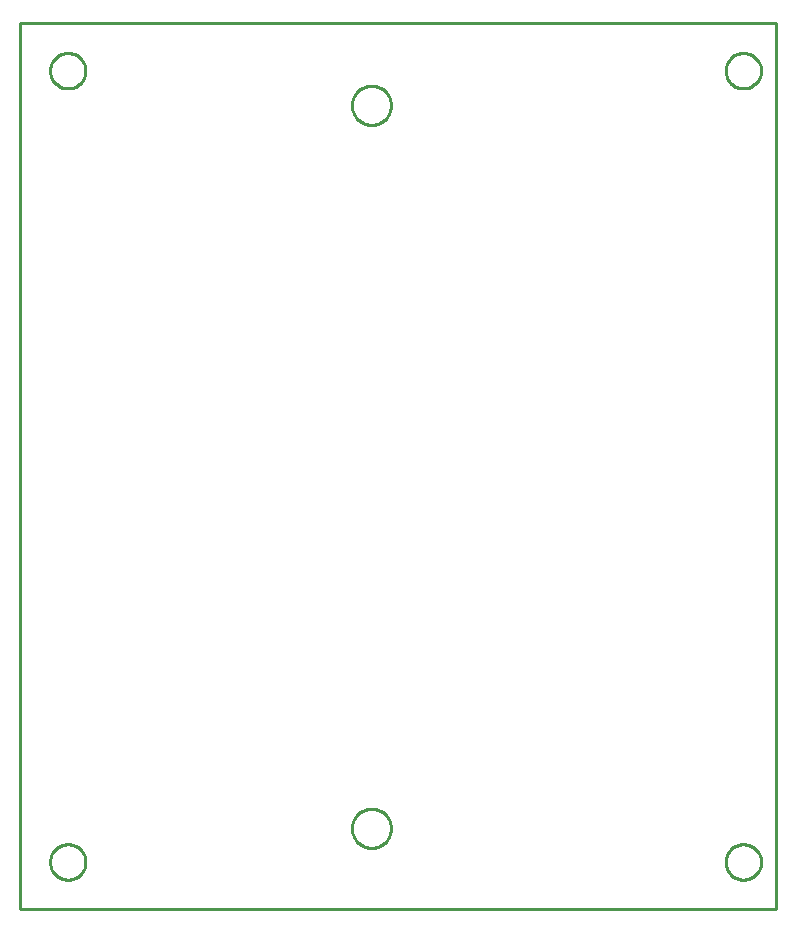
<source format=gbr>
G04 EAGLE Gerber RS-274X export*
G75*
%MOMM*%
%FSLAX34Y34*%
%LPD*%
%IN*%
%IPPOS*%
%AMOC8*
5,1,8,0,0,1.08239X$1,22.5*%
G01*
%ADD10C,0.254000*%


D10*
X0Y0D02*
X639980Y0D01*
X639980Y750000D01*
X0Y750000D01*
X0Y0D01*
X55000Y39464D02*
X54924Y38396D01*
X54771Y37335D01*
X54543Y36288D01*
X54241Y35260D01*
X53867Y34256D01*
X53422Y33281D01*
X52908Y32341D01*
X52329Y31440D01*
X51687Y30582D01*
X50985Y29772D01*
X50228Y29015D01*
X49418Y28313D01*
X48560Y27671D01*
X47659Y27092D01*
X46719Y26578D01*
X45744Y26133D01*
X44740Y25759D01*
X43712Y25457D01*
X42665Y25229D01*
X41604Y25076D01*
X40536Y25000D01*
X39464Y25000D01*
X38396Y25076D01*
X37335Y25229D01*
X36288Y25457D01*
X35260Y25759D01*
X34256Y26133D01*
X33281Y26578D01*
X32341Y27092D01*
X31440Y27671D01*
X30582Y28313D01*
X29772Y29015D01*
X29015Y29772D01*
X28313Y30582D01*
X27671Y31440D01*
X27092Y32341D01*
X26578Y33281D01*
X26133Y34256D01*
X25759Y35260D01*
X25457Y36288D01*
X25229Y37335D01*
X25076Y38396D01*
X25000Y39464D01*
X25000Y40536D01*
X25076Y41604D01*
X25229Y42665D01*
X25457Y43712D01*
X25759Y44740D01*
X26133Y45744D01*
X26578Y46719D01*
X27092Y47659D01*
X27671Y48560D01*
X28313Y49418D01*
X29015Y50228D01*
X29772Y50985D01*
X30582Y51687D01*
X31440Y52329D01*
X32341Y52908D01*
X33281Y53422D01*
X34256Y53867D01*
X35260Y54241D01*
X36288Y54543D01*
X37335Y54771D01*
X38396Y54924D01*
X39464Y55000D01*
X40536Y55000D01*
X41604Y54924D01*
X42665Y54771D01*
X43712Y54543D01*
X44740Y54241D01*
X45744Y53867D01*
X46719Y53422D01*
X47659Y52908D01*
X48560Y52329D01*
X49418Y51687D01*
X50228Y50985D01*
X50985Y50228D01*
X51687Y49418D01*
X52329Y48560D01*
X52908Y47659D01*
X53422Y46719D01*
X53867Y45744D01*
X54241Y44740D01*
X54543Y43712D01*
X54771Y42665D01*
X54924Y41604D01*
X55000Y40536D01*
X55000Y39464D01*
X627020Y39464D02*
X626944Y38396D01*
X626791Y37335D01*
X626563Y36288D01*
X626261Y35260D01*
X625887Y34256D01*
X625442Y33281D01*
X624928Y32341D01*
X624349Y31440D01*
X623707Y30582D01*
X623005Y29772D01*
X622248Y29015D01*
X621438Y28313D01*
X620580Y27671D01*
X619679Y27092D01*
X618739Y26578D01*
X617764Y26133D01*
X616760Y25759D01*
X615732Y25457D01*
X614685Y25229D01*
X613624Y25076D01*
X612556Y25000D01*
X611484Y25000D01*
X610416Y25076D01*
X609355Y25229D01*
X608308Y25457D01*
X607280Y25759D01*
X606276Y26133D01*
X605301Y26578D01*
X604361Y27092D01*
X603460Y27671D01*
X602602Y28313D01*
X601792Y29015D01*
X601035Y29772D01*
X600333Y30582D01*
X599691Y31440D01*
X599112Y32341D01*
X598598Y33281D01*
X598153Y34256D01*
X597779Y35260D01*
X597477Y36288D01*
X597249Y37335D01*
X597096Y38396D01*
X597020Y39464D01*
X597020Y40536D01*
X597096Y41604D01*
X597249Y42665D01*
X597477Y43712D01*
X597779Y44740D01*
X598153Y45744D01*
X598598Y46719D01*
X599112Y47659D01*
X599691Y48560D01*
X600333Y49418D01*
X601035Y50228D01*
X601792Y50985D01*
X602602Y51687D01*
X603460Y52329D01*
X604361Y52908D01*
X605301Y53422D01*
X606276Y53867D01*
X607280Y54241D01*
X608308Y54543D01*
X609355Y54771D01*
X610416Y54924D01*
X611484Y55000D01*
X612556Y55000D01*
X613624Y54924D01*
X614685Y54771D01*
X615732Y54543D01*
X616760Y54241D01*
X617764Y53867D01*
X618739Y53422D01*
X619679Y52908D01*
X620580Y52329D01*
X621438Y51687D01*
X622248Y50985D01*
X623005Y50228D01*
X623707Y49418D01*
X624349Y48560D01*
X624928Y47659D01*
X625442Y46719D01*
X625887Y45744D01*
X626261Y44740D01*
X626563Y43712D01*
X626791Y42665D01*
X626944Y41604D01*
X627020Y40536D01*
X627020Y39464D01*
X55000Y709464D02*
X54924Y708396D01*
X54771Y707335D01*
X54543Y706288D01*
X54241Y705260D01*
X53867Y704256D01*
X53422Y703281D01*
X52908Y702341D01*
X52329Y701440D01*
X51687Y700582D01*
X50985Y699772D01*
X50228Y699015D01*
X49418Y698313D01*
X48560Y697671D01*
X47659Y697092D01*
X46719Y696578D01*
X45744Y696133D01*
X44740Y695759D01*
X43712Y695457D01*
X42665Y695229D01*
X41604Y695076D01*
X40536Y695000D01*
X39464Y695000D01*
X38396Y695076D01*
X37335Y695229D01*
X36288Y695457D01*
X35260Y695759D01*
X34256Y696133D01*
X33281Y696578D01*
X32341Y697092D01*
X31440Y697671D01*
X30582Y698313D01*
X29772Y699015D01*
X29015Y699772D01*
X28313Y700582D01*
X27671Y701440D01*
X27092Y702341D01*
X26578Y703281D01*
X26133Y704256D01*
X25759Y705260D01*
X25457Y706288D01*
X25229Y707335D01*
X25076Y708396D01*
X25000Y709464D01*
X25000Y710536D01*
X25076Y711604D01*
X25229Y712665D01*
X25457Y713712D01*
X25759Y714740D01*
X26133Y715744D01*
X26578Y716719D01*
X27092Y717659D01*
X27671Y718560D01*
X28313Y719418D01*
X29015Y720228D01*
X29772Y720985D01*
X30582Y721687D01*
X31440Y722329D01*
X32341Y722908D01*
X33281Y723422D01*
X34256Y723867D01*
X35260Y724241D01*
X36288Y724543D01*
X37335Y724771D01*
X38396Y724924D01*
X39464Y725000D01*
X40536Y725000D01*
X41604Y724924D01*
X42665Y724771D01*
X43712Y724543D01*
X44740Y724241D01*
X45744Y723867D01*
X46719Y723422D01*
X47659Y722908D01*
X48560Y722329D01*
X49418Y721687D01*
X50228Y720985D01*
X50985Y720228D01*
X51687Y719418D01*
X52329Y718560D01*
X52908Y717659D01*
X53422Y716719D01*
X53867Y715744D01*
X54241Y714740D01*
X54543Y713712D01*
X54771Y712665D01*
X54924Y711604D01*
X55000Y710536D01*
X55000Y709464D01*
X627020Y709464D02*
X626944Y708396D01*
X626791Y707335D01*
X626563Y706288D01*
X626261Y705260D01*
X625887Y704256D01*
X625442Y703281D01*
X624928Y702341D01*
X624349Y701440D01*
X623707Y700582D01*
X623005Y699772D01*
X622248Y699015D01*
X621438Y698313D01*
X620580Y697671D01*
X619679Y697092D01*
X618739Y696578D01*
X617764Y696133D01*
X616760Y695759D01*
X615732Y695457D01*
X614685Y695229D01*
X613624Y695076D01*
X612556Y695000D01*
X611484Y695000D01*
X610416Y695076D01*
X609355Y695229D01*
X608308Y695457D01*
X607280Y695759D01*
X606276Y696133D01*
X605301Y696578D01*
X604361Y697092D01*
X603460Y697671D01*
X602602Y698313D01*
X601792Y699015D01*
X601035Y699772D01*
X600333Y700582D01*
X599691Y701440D01*
X599112Y702341D01*
X598598Y703281D01*
X598153Y704256D01*
X597779Y705260D01*
X597477Y706288D01*
X597249Y707335D01*
X597096Y708396D01*
X597020Y709464D01*
X597020Y710536D01*
X597096Y711604D01*
X597249Y712665D01*
X597477Y713712D01*
X597779Y714740D01*
X598153Y715744D01*
X598598Y716719D01*
X599112Y717659D01*
X599691Y718560D01*
X600333Y719418D01*
X601035Y720228D01*
X601792Y720985D01*
X602602Y721687D01*
X603460Y722329D01*
X604361Y722908D01*
X605301Y723422D01*
X606276Y723867D01*
X607280Y724241D01*
X608308Y724543D01*
X609355Y724771D01*
X610416Y724924D01*
X611484Y725000D01*
X612556Y725000D01*
X613624Y724924D01*
X614685Y724771D01*
X615732Y724543D01*
X616760Y724241D01*
X617764Y723867D01*
X618739Y723422D01*
X619679Y722908D01*
X620580Y722329D01*
X621438Y721687D01*
X622248Y720985D01*
X623005Y720228D01*
X623707Y719418D01*
X624349Y718560D01*
X624928Y717659D01*
X625442Y716719D01*
X625887Y715744D01*
X626261Y714740D01*
X626563Y713712D01*
X626791Y712665D01*
X626944Y711604D01*
X627020Y710536D01*
X627020Y709464D01*
X313690Y680180D02*
X313619Y679101D01*
X313478Y678029D01*
X313267Y676969D01*
X312988Y675925D01*
X312640Y674901D01*
X312226Y673903D01*
X311748Y672933D01*
X311208Y671997D01*
X310607Y671098D01*
X309949Y670241D01*
X309237Y669428D01*
X308472Y668664D01*
X307659Y667951D01*
X306802Y667293D01*
X305903Y666692D01*
X304967Y666152D01*
X303997Y665674D01*
X302999Y665260D01*
X301975Y664912D01*
X300931Y664633D01*
X299871Y664422D01*
X298799Y664281D01*
X297720Y664210D01*
X296640Y664210D01*
X295561Y664281D01*
X294489Y664422D01*
X293429Y664633D01*
X292385Y664912D01*
X291361Y665260D01*
X290363Y665674D01*
X289393Y666152D01*
X288457Y666692D01*
X287558Y667293D01*
X286701Y667951D01*
X285888Y668664D01*
X285124Y669428D01*
X284411Y670241D01*
X283753Y671098D01*
X283152Y671997D01*
X282612Y672933D01*
X282134Y673903D01*
X281720Y674901D01*
X281372Y675925D01*
X281093Y676969D01*
X280882Y678029D01*
X280741Y679101D01*
X280670Y680180D01*
X280670Y681260D01*
X280741Y682339D01*
X280882Y683411D01*
X281093Y684471D01*
X281372Y685515D01*
X281720Y686539D01*
X282134Y687537D01*
X282612Y688507D01*
X283152Y689443D01*
X283753Y690342D01*
X284411Y691199D01*
X285124Y692012D01*
X285888Y692777D01*
X286701Y693489D01*
X287558Y694147D01*
X288457Y694748D01*
X289393Y695288D01*
X290363Y695766D01*
X291361Y696180D01*
X292385Y696528D01*
X293429Y696807D01*
X294489Y697018D01*
X295561Y697159D01*
X296640Y697230D01*
X297720Y697230D01*
X298799Y697159D01*
X299871Y697018D01*
X300931Y696807D01*
X301975Y696528D01*
X302999Y696180D01*
X303997Y695766D01*
X304967Y695288D01*
X305903Y694748D01*
X306802Y694147D01*
X307659Y693489D01*
X308472Y692777D01*
X309237Y692012D01*
X309949Y691199D01*
X310607Y690342D01*
X311208Y689443D01*
X311748Y688507D01*
X312226Y687537D01*
X312640Y686539D01*
X312988Y685515D01*
X313267Y684471D01*
X313478Y683411D01*
X313619Y682339D01*
X313690Y681260D01*
X313690Y680180D01*
X280670Y69120D02*
X280741Y70199D01*
X280882Y71271D01*
X281093Y72331D01*
X281372Y73375D01*
X281720Y74399D01*
X282134Y75397D01*
X282612Y76367D01*
X283152Y77303D01*
X283753Y78202D01*
X284411Y79059D01*
X285124Y79872D01*
X285888Y80637D01*
X286701Y81349D01*
X287558Y82007D01*
X288457Y82608D01*
X289393Y83148D01*
X290363Y83626D01*
X291361Y84040D01*
X292385Y84388D01*
X293429Y84667D01*
X294489Y84878D01*
X295561Y85019D01*
X296640Y85090D01*
X297720Y85090D01*
X298799Y85019D01*
X299871Y84878D01*
X300931Y84667D01*
X301975Y84388D01*
X302999Y84040D01*
X303997Y83626D01*
X304967Y83148D01*
X305903Y82608D01*
X306802Y82007D01*
X307659Y81349D01*
X308472Y80637D01*
X309237Y79872D01*
X309949Y79059D01*
X310607Y78202D01*
X311208Y77303D01*
X311748Y76367D01*
X312226Y75397D01*
X312640Y74399D01*
X312988Y73375D01*
X313267Y72331D01*
X313478Y71271D01*
X313619Y70199D01*
X313690Y69120D01*
X313690Y68040D01*
X313619Y66961D01*
X313478Y65889D01*
X313267Y64829D01*
X312988Y63785D01*
X312640Y62761D01*
X312226Y61763D01*
X311748Y60793D01*
X311208Y59857D01*
X310607Y58958D01*
X309949Y58101D01*
X309237Y57288D01*
X308472Y56524D01*
X307659Y55811D01*
X306802Y55153D01*
X305903Y54552D01*
X304967Y54012D01*
X303997Y53534D01*
X302999Y53120D01*
X301975Y52772D01*
X300931Y52493D01*
X299871Y52282D01*
X298799Y52141D01*
X297720Y52070D01*
X296640Y52070D01*
X295561Y52141D01*
X294489Y52282D01*
X293429Y52493D01*
X292385Y52772D01*
X291361Y53120D01*
X290363Y53534D01*
X289393Y54012D01*
X288457Y54552D01*
X287558Y55153D01*
X286701Y55811D01*
X285888Y56524D01*
X285124Y57288D01*
X284411Y58101D01*
X283753Y58958D01*
X283152Y59857D01*
X282612Y60793D01*
X282134Y61763D01*
X281720Y62761D01*
X281372Y63785D01*
X281093Y64829D01*
X280882Y65889D01*
X280741Y66961D01*
X280670Y68040D01*
X280670Y69120D01*
M02*

</source>
